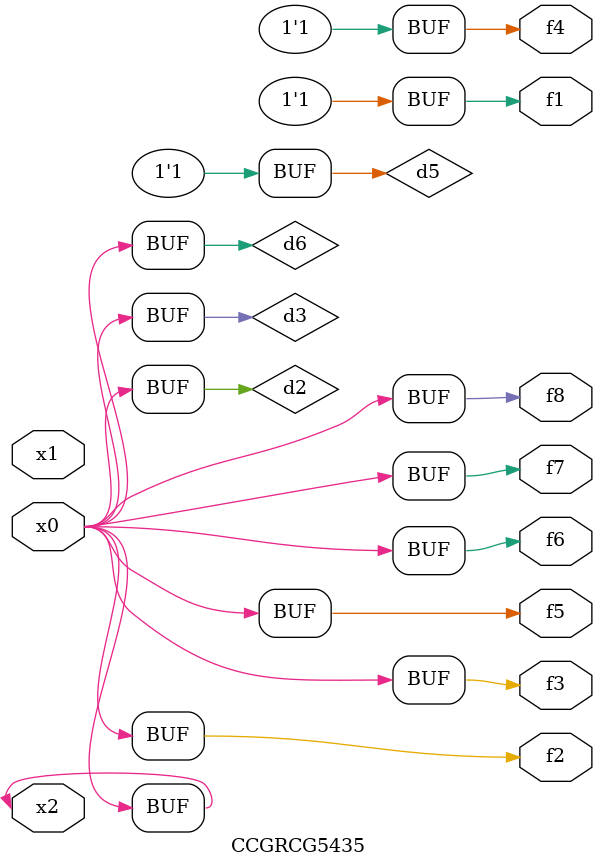
<source format=v>
module CCGRCG5435(
	input x0, x1, x2,
	output f1, f2, f3, f4, f5, f6, f7, f8
);

	wire d1, d2, d3, d4, d5, d6;

	xnor (d1, x2);
	buf (d2, x0, x2);
	and (d3, x0);
	xnor (d4, x1, x2);
	nand (d5, d1, d3);
	buf (d6, d2, d3);
	assign f1 = d5;
	assign f2 = d6;
	assign f3 = d6;
	assign f4 = d5;
	assign f5 = d6;
	assign f6 = d6;
	assign f7 = d6;
	assign f8 = d6;
endmodule

</source>
